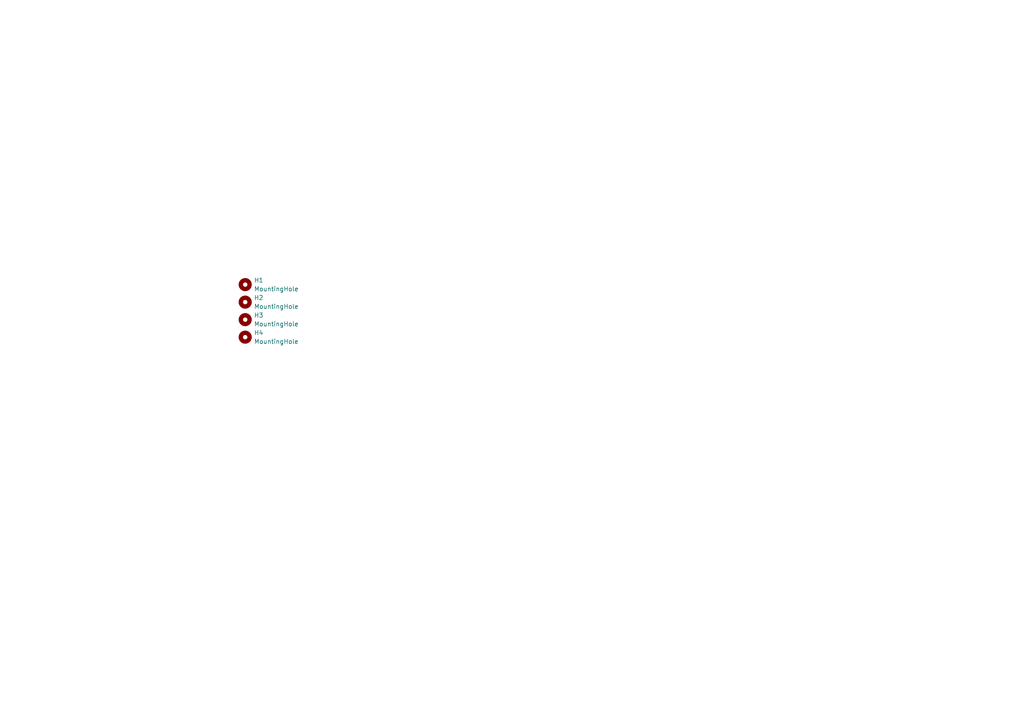
<source format=kicad_sch>
(kicad_sch (version 20231120) (generator "eeschema") (generator_version "8.0")
  (paper "A4")
  (lib_symbols
    (symbol "Mechanical:MountingHole" (pin_names (offset 1.016))
      (property "Reference" "H" (at 0 5.08 0))
      (property "Value" "MountingHole" (at 0 3.175 0))
      (symbol "MountingHole_0_1"
        (circle (center 0 0) (radius 1.27) (stroke (width 1.27)))
      )
    )
  )
  (symbol (lib_id "Mechanical:MountingHole") (at 71.12 92.71 0) (unit 1)
    (property "Reference" "H3" (at 73.66 91.44 0) (effects (justify left)))
    (property "Value" "MountingHole" (at 73.66 93.98 0) (effects (justify left)))
    (property "Footprint" "MountingHole:MountingHole_3.2mm_M3" (effects (hide yes)))
  )
  (symbol (lib_id "Mechanical:MountingHole") (at 71.12 97.79 0) (unit 1)
    (property "Reference" "H4" (at 73.66 96.52 0) (effects (justify left)))
    (property "Value" "MountingHole" (at 73.66 99.06 0) (effects (justify left)))
    (property "Footprint" "MountingHole:MountingHole_3.2mm_M3" (effects (hide yes)))
  )
  (symbol (lib_id "Mechanical:MountingHole") (at 71.12 87.63 0) (unit 1)
    (property "Reference" "H2" (at 73.66 86.36 0) (effects (justify left)))
    (property "Value" "MountingHole" (at 73.66 88.9 0) (effects (justify left)))
    (property "Footprint" "MountingHole:MountingHole_3.2mm_M3" (effects (hide yes)))
  )
  (symbol (lib_id "Mechanical:MountingHole") (at 71.12 82.55 0) (unit 1)
    (property "Reference" "H1" (at 73.66 81.28 0) (effects (justify left)))
    (property "Value" "MountingHole" (at 73.66 83.82 0) (effects (justify left)))
    (property "Footprint" "MountingHole:MountingHole_3.2mm_M3" (effects (hide yes)))
  )
)
</source>
